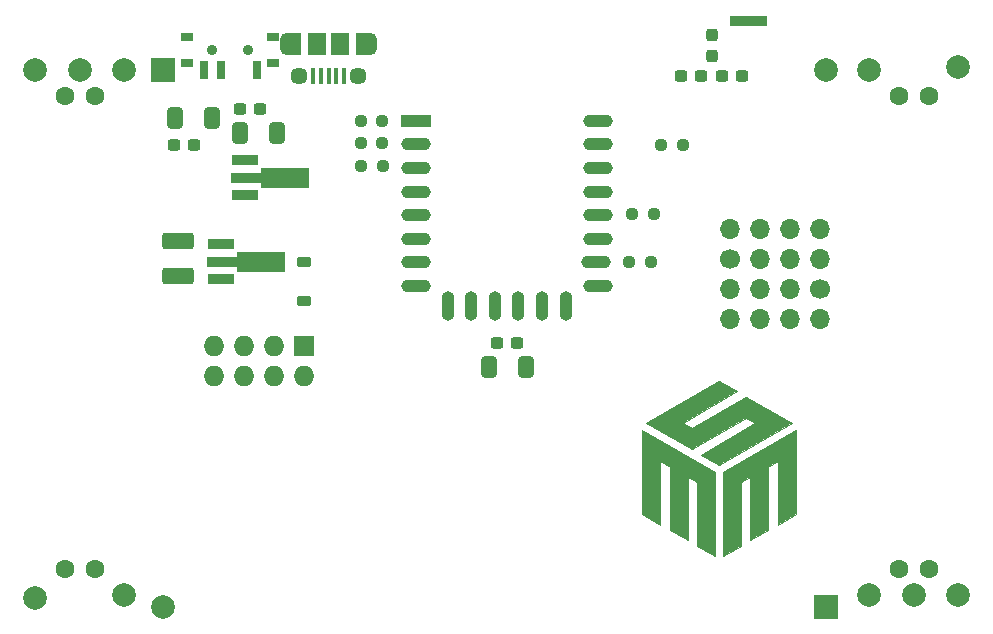
<source format=gts>
%TF.GenerationSoftware,KiCad,Pcbnew,7.0.2-6a45011f42~172~ubuntu20.04.1*%
%TF.CreationDate,2023-07-24T18:38:05+02:00*%
%TF.ProjectId,pongCard,706f6e67-4361-4726-942e-6b696361645f,rev?*%
%TF.SameCoordinates,Original*%
%TF.FileFunction,Soldermask,Top*%
%TF.FilePolarity,Negative*%
%FSLAX46Y46*%
G04 Gerber Fmt 4.6, Leading zero omitted, Abs format (unit mm)*
G04 Created by KiCad (PCBNEW 7.0.2-6a45011f42~172~ubuntu20.04.1) date 2023-07-24 18:38:05*
%MOMM*%
%LPD*%
G01*
G04 APERTURE LIST*
G04 Aperture macros list*
%AMRoundRect*
0 Rectangle with rounded corners*
0 $1 Rounding radius*
0 $2 $3 $4 $5 $6 $7 $8 $9 X,Y pos of 4 corners*
0 Add a 4 corners polygon primitive as box body*
4,1,4,$2,$3,$4,$5,$6,$7,$8,$9,$2,$3,0*
0 Add four circle primitives for the rounded corners*
1,1,$1+$1,$2,$3*
1,1,$1+$1,$4,$5*
1,1,$1+$1,$6,$7*
1,1,$1+$1,$8,$9*
0 Add four rect primitives between the rounded corners*
20,1,$1+$1,$2,$3,$4,$5,0*
20,1,$1+$1,$4,$5,$6,$7,0*
20,1,$1+$1,$6,$7,$8,$9,0*
20,1,$1+$1,$8,$9,$2,$3,0*%
%AMFreePoly0*
4,1,9,5.362500,-0.866500,1.237500,-0.866500,1.237500,-0.450000,-1.237500,-0.450000,-1.237500,0.450000,1.237500,0.450000,1.237500,0.866500,5.362500,0.866500,5.362500,-0.866500,5.362500,-0.866500,$1*%
G04 Aperture macros list end*
%ADD10C,0.100000*%
%ADD11RoundRect,0.249999X0.412501X0.650001X-0.412501X0.650001X-0.412501X-0.650001X0.412501X-0.650001X0*%
%ADD12RoundRect,0.237500X0.300000X0.237500X-0.300000X0.237500X-0.300000X-0.237500X0.300000X-0.237500X0*%
%ADD13R,0.400000X1.350000*%
%ADD14O,1.200000X1.900000*%
%ADD15R,1.200000X1.900000*%
%ADD16C,1.450000*%
%ADD17R,1.500000X1.900000*%
%ADD18RoundRect,0.237500X-0.250000X-0.237500X0.250000X-0.237500X0.250000X0.237500X-0.250000X0.237500X0*%
%ADD19R,2.300000X0.900000*%
%ADD20FreePoly0,0.000000*%
%ADD21R,2.500000X1.100000*%
%ADD22O,2.500000X1.100000*%
%ADD23O,1.100000X2.500000*%
%ADD24RoundRect,0.237500X0.250000X0.237500X-0.250000X0.237500X-0.250000X-0.237500X0.250000X-0.237500X0*%
%ADD25C,1.700000*%
%ADD26O,1.700000X1.700000*%
%ADD27R,1.727200X1.727200*%
%ADD28O,1.727200X1.727200*%
%ADD29RoundRect,0.250000X-0.412500X-0.650000X0.412500X-0.650000X0.412500X0.650000X-0.412500X0.650000X0*%
%ADD30C,2.000000*%
%ADD31C,1.600000*%
%ADD32C,0.900000*%
%ADD33R,0.700000X1.500000*%
%ADD34R,1.000000X0.800000*%
%ADD35RoundRect,0.225000X-0.375000X0.225000X-0.375000X-0.225000X0.375000X-0.225000X0.375000X0.225000X0*%
%ADD36RoundRect,0.237500X0.237500X-0.300000X0.237500X0.300000X-0.237500X0.300000X-0.237500X-0.300000X0*%
%ADD37RoundRect,0.237500X-0.300000X-0.237500X0.300000X-0.237500X0.300000X0.237500X-0.300000X0.237500X0*%
%ADD38RoundRect,0.250001X-1.074999X0.462499X-1.074999X-0.462499X1.074999X-0.462499X1.074999X0.462499X0*%
%ADD39R,2.000000X2.000000*%
G04 APERTURE END LIST*
D10*
X124841000Y-61262000D02*
X121793000Y-61262000D01*
X121793000Y-60500000D01*
X124841000Y-60500000D01*
X124841000Y-61262000D01*
G36*
X124841000Y-61262000D02*
G01*
X121793000Y-61262000D01*
X121793000Y-60500000D01*
X124841000Y-60500000D01*
X124841000Y-61262000D01*
G37*
X120532094Y-99121296D02*
X120532094Y-106260808D01*
X118986368Y-105368574D01*
X118986368Y-100013532D01*
X118213912Y-99567008D01*
X118213912Y-104922048D01*
X116668186Y-104029814D01*
X116668186Y-98674772D01*
X115894914Y-98228246D01*
X115894914Y-103583288D01*
X114349188Y-102691052D01*
X114349188Y-95551540D01*
X120532094Y-99121296D01*
G36*
X120532094Y-99121296D02*
G01*
X120532094Y-106260808D01*
X118986368Y-105368574D01*
X118986368Y-100013532D01*
X118213912Y-99567008D01*
X118213912Y-104922048D01*
X116668186Y-104029814D01*
X116668186Y-98674772D01*
X115894914Y-98228246D01*
X115894914Y-103583288D01*
X114349188Y-102691052D01*
X114349188Y-95551540D01*
X120532094Y-99121296D01*
G37*
X122402122Y-92303643D02*
X117770646Y-94981162D01*
X118542286Y-95426872D01*
X123173762Y-92749352D01*
X127033596Y-94981162D01*
X120858024Y-98550918D01*
X119313928Y-97657868D01*
X123946218Y-94981162D01*
X123173762Y-94534636D01*
X118542286Y-97212158D01*
X114682452Y-94981162D01*
X120858024Y-91410592D01*
X122402122Y-92303643D01*
G36*
X122402122Y-92303643D02*
G01*
X117770646Y-94981162D01*
X118542286Y-95426872D01*
X123173762Y-92749352D01*
X127033596Y-94981162D01*
X120858024Y-98550918D01*
X119313928Y-97657868D01*
X123946218Y-94981162D01*
X123173762Y-94534636D01*
X118542286Y-97212158D01*
X114682452Y-94981162D01*
X120858024Y-91410592D01*
X122402122Y-92303643D01*
G37*
X127362786Y-102691052D02*
X125817060Y-103583288D01*
X125817060Y-98228246D01*
X125043790Y-98674772D01*
X125043790Y-104029814D01*
X123498064Y-104922048D01*
X123498064Y-99567008D01*
X122725608Y-100013532D01*
X122725608Y-105368574D01*
X121179880Y-106260808D01*
X121179880Y-99121296D01*
X127362786Y-95551540D01*
X127362786Y-102691052D01*
G36*
X127362786Y-102691052D02*
G01*
X125817060Y-103583288D01*
X125817060Y-98228246D01*
X125043790Y-98674772D01*
X125043790Y-104029814D01*
X123498064Y-104922048D01*
X123498064Y-99567008D01*
X122725608Y-100013532D01*
X122725608Y-105368574D01*
X121179880Y-106260808D01*
X121179880Y-99121296D01*
X127362786Y-95551540D01*
X127362786Y-102691052D01*
G37*
D11*
X83439000Y-70406000D03*
X80314000Y-70406000D03*
D12*
X82015500Y-68374000D03*
X80290500Y-68374000D03*
D13*
X89097000Y-65580000D03*
X88447000Y-65580000D03*
X87797000Y-65580000D03*
X87147000Y-65580000D03*
X86497000Y-65580000D03*
D14*
X91297000Y-62880000D03*
D15*
X90697000Y-62880000D03*
D16*
X90297000Y-65580000D03*
D17*
X88797000Y-62880000D03*
X86797000Y-62880000D03*
D16*
X85297000Y-65580000D03*
D15*
X84897000Y-62880000D03*
D14*
X84297000Y-62880000D03*
D18*
X90527500Y-69390000D03*
X92352500Y-69390000D03*
X90527500Y-71295000D03*
X92352500Y-71295000D03*
D19*
X80735000Y-72716000D03*
D20*
X80822500Y-74216000D03*
D19*
X80735000Y-75716000D03*
D21*
X95185000Y-69390000D03*
D22*
X95185000Y-71390000D03*
X95185000Y-73390000D03*
X95185000Y-75390000D03*
X95185000Y-77390000D03*
X95185000Y-79390000D03*
X95185000Y-81390000D03*
X95185000Y-83390000D03*
X110585000Y-83390000D03*
X110485000Y-81390000D03*
X110585000Y-79390000D03*
X110585000Y-77390000D03*
X110585000Y-75390000D03*
X110585000Y-73390000D03*
X110585000Y-71390000D03*
X110585000Y-69390000D03*
D23*
X97875000Y-85090000D03*
X99875000Y-85090000D03*
X101875000Y-85090000D03*
X103875000Y-85090000D03*
X105875000Y-85090000D03*
X107875000Y-85090000D03*
D19*
X78703000Y-79828000D03*
D20*
X78790500Y-81328000D03*
D19*
X78703000Y-82828000D03*
D24*
X115339500Y-77264000D03*
X113514500Y-77264000D03*
D25*
X129413000Y-83614000D03*
D26*
X129413000Y-86154000D03*
X126873000Y-83614000D03*
X126873000Y-86154000D03*
X124333000Y-83614000D03*
X124333000Y-86154000D03*
X121793000Y-83614000D03*
X121793000Y-86154000D03*
D27*
X85725000Y-88440000D03*
D28*
X85725000Y-90980000D03*
X83185000Y-88440000D03*
X83185000Y-90980000D03*
X80645000Y-88440000D03*
X80645000Y-90980000D03*
X78105000Y-88440000D03*
X78105000Y-90980000D03*
D29*
X74764500Y-69136000D03*
X77889500Y-69136000D03*
D25*
X121793000Y-81074000D03*
D26*
X121793000Y-78534000D03*
X124333000Y-81074000D03*
X124333000Y-78534000D03*
X126873000Y-81074000D03*
X126873000Y-78534000D03*
X129413000Y-81074000D03*
X129413000Y-78534000D03*
D30*
X62985000Y-65072000D03*
D31*
X65485000Y-67322000D03*
D30*
X66735000Y-65097000D03*
D31*
X65485000Y-107322000D03*
D30*
X62985000Y-109822000D03*
D31*
X67985000Y-107322000D03*
D30*
X70485000Y-109572000D03*
D31*
X67985000Y-67322000D03*
D30*
X70485000Y-65072000D03*
D32*
X80969000Y-63378000D03*
X77969000Y-63378000D03*
D33*
X81719000Y-65138000D03*
X78719000Y-65138000D03*
X77219000Y-65138000D03*
D34*
X83119000Y-64488000D03*
X83119000Y-62278000D03*
X75819000Y-64488000D03*
X75819000Y-62278000D03*
D35*
X85725000Y-81328000D03*
X85725000Y-84628000D03*
D29*
X101396000Y-90218000D03*
X104521000Y-90218000D03*
D36*
X120269000Y-63902500D03*
X120269000Y-62177500D03*
D37*
X102034000Y-88186000D03*
X103759000Y-88186000D03*
D24*
X92376000Y-73200000D03*
X90551000Y-73200000D03*
D38*
X75057000Y-79586500D03*
X75057000Y-82561500D03*
D37*
X121084000Y-65580000D03*
X122809000Y-65580000D03*
D18*
X115951000Y-71422000D03*
X117776000Y-71422000D03*
D37*
X74702500Y-71422000D03*
X76427500Y-71422000D03*
D24*
X115085500Y-81328000D03*
X113260500Y-81328000D03*
D37*
X117628500Y-65580000D03*
X119353500Y-65580000D03*
D30*
X141097000Y-109568000D03*
D31*
X138597000Y-107318000D03*
D30*
X137347000Y-109543000D03*
D31*
X138597000Y-67318000D03*
D30*
X141097000Y-64818000D03*
D31*
X136097000Y-67318000D03*
D30*
X133597000Y-65068000D03*
D31*
X136097000Y-107318000D03*
D30*
X133597000Y-109568000D03*
D39*
X73787000Y-65072000D03*
D30*
X73787000Y-110572000D03*
D39*
X129921000Y-110572000D03*
D30*
X129921000Y-65072000D03*
M02*

</source>
